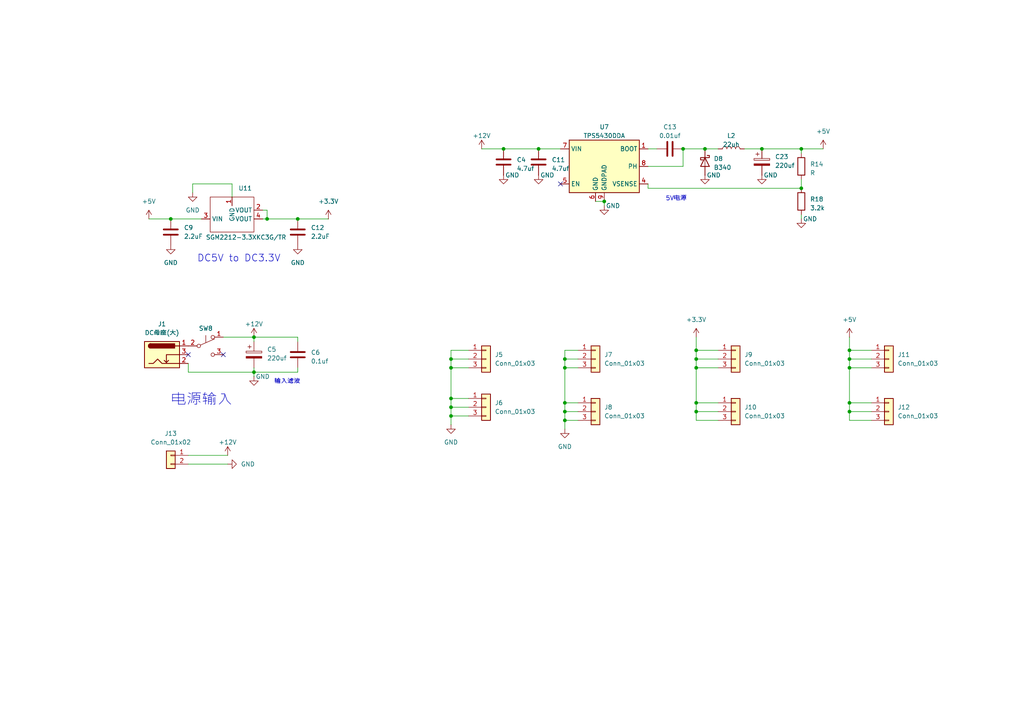
<source format=kicad_sch>
(kicad_sch (version 20231120) (generator "eeschema") (generator_version "8.0")
  (paper "A4")
  (lib_symbols
    (symbol "Library:+12V" (power) (pin_numbers hide) (pin_names (offset 0) hide)
      (property "Value" "+12V" (at 0 3.556 0))
      (symbol "+12V_0_1"
        (polyline (pts (xy -0.762 1.27) (xy 0 2.54)))
        (polyline (pts (xy 0 0) (xy 0 2.54)))
        (polyline (pts (xy 0 2.54) (xy 0.762 1.27)))
      )
      (symbol "+12V_1_1"
        (pin power_in line (at 0 0 90) (length 0) (name "~") (number "1"))
      )
    )
    (symbol "Library:+3.3V" (power) (pin_numbers hide) (pin_names (offset 0) hide)
      (property "Value" "+3.3V" (at 0 3.556 0))
      (symbol "+3.3V_0_1"
        (polyline (pts (xy -0.762 1.27) (xy 0 2.54)))
        (polyline (pts (xy 0 0) (xy 0 2.54)))
        (polyline (pts (xy 0 2.54) (xy 0.762 1.27)))
      )
      (symbol "+3.3V_1_1"
        (pin power_in line (at 0 0 90) (length 0) (name "~") (number "1"))
      )
    )
    (symbol "Library:+4V" (power) (pin_names (offset 0))
      (property "Value" "+4V" (at 0 3.556 0))
      (symbol "+4V_0_1"
        (polyline (pts (xy -0.762 1.27) (xy 0 2.54)))
        (polyline (pts (xy 0 0) (xy 0 2.54)))
        (polyline (pts (xy 0 2.54) (xy 0.762 1.27)))
      )
      (symbol "+4V_1_1"
        (pin power_in line (at 0 0 90) (length 0) hide (name "+4V") (number "1"))
      )
    )
    (symbol "Library:+5V" (power) (pin_numbers hide) (pin_names (offset 0) hide)
      (property "Value" "+5V" (at 0 3.556 0))
      (symbol "+5V_0_1"
        (polyline (pts (xy -0.762 1.27) (xy 0 2.54)))
        (polyline (pts (xy 0 0) (xy 0 2.54)))
        (polyline (pts (xy 0 2.54) (xy 0.762 1.27)))
      )
      (symbol "+5V_1_1"
        (pin power_in line (at 0 0 90) (length 0) (name "~") (number "1"))
      )
    )
    (symbol "Library:B340" (pin_numbers hide) (pin_names (offset 1.016) hide)
      (property "Reference" "D" (at 0 2.54 0))
      (property "Value" "B340" (at 0 -2.54 0))
      (symbol "B340_0_1"
        (polyline (pts (xy 1.27 0) (xy -1.27 0)))
        (polyline (pts (xy 1.27 1.27) (xy 1.27 -1.27) (xy -1.27 0) (xy 1.27 1.27)) (stroke (width 0.254)))
        (polyline (pts (xy -1.905 0.635) (xy -1.905 1.27) (xy -1.27 1.27) (xy -1.27 -1.27) (xy -0.635 -1.27) (xy -0.635 -0.635)) (stroke (width 0.254)))
      )
      (symbol "B340_1_1"
        (pin passive line (at -3.81 0 0) (length 2.54) (name "K") (number "1"))
        (pin passive line (at 3.81 0 180) (length 2.54) (name "A") (number "2"))
      )
    )
    (symbol "Library:C" (pin_numbers hide) (pin_names (offset 0.254))
      (property "Reference" "C" (at 0.635 2.54 0))
      (property "Value" "C" (at 0.635 -2.54 0))
      (symbol "C_0_1"
        (polyline (pts (xy -2.032 -0.762) (xy 2.032 -0.762)) (stroke (width 0.508)))
        (polyline (pts (xy -2.032 0.762) (xy 2.032 0.762)) (stroke (width 0.508)))
      )
      (symbol "C_1_1"
        (pin passive line (at 0 3.81 270) (length 2.794) (name "~") (number "1"))
        (pin passive line (at 0 -3.81 90) (length 2.794) (name "~") (number "2"))
      )
    )
    (symbol "Library:C_Polarized" (pin_numbers hide) (pin_names (offset 0.254))
      (property "Reference" "C" (at 0.635 2.54 0))
      (property "Value" "C_Polarized" (at 0.635 -2.54 0))
      (symbol "C_Polarized_0_1"
        (rectangle (start -2.286 0.508) (end 2.286 1.016))
        (polyline (pts (xy -1.778 2.286) (xy -0.762 2.286)))
        (polyline (pts (xy -1.27 2.794) (xy -1.27 1.778)))
        (rectangle (start 2.286 -0.508) (end -2.286 -1.016) (fill (type outline)))
      )
      (symbol "C_Polarized_1_1"
        (pin passive line (at 0 3.81 270) (length 2.794) (name "~") (number "1"))
        (pin passive line (at 0 -3.81 90) (length 2.794) (name "~") (number "2"))
      )
    )
    (symbol "Library:Conn_01x02" (pin_names (offset 1.016) hide)
      (property "Reference" "J" (at 0 2.54 0))
      (property "Value" "Conn_01x02" (at 0 -5.08 0))
      (symbol "Conn_01x02_1_1"
        (rectangle (start -1.27 -2.413) (end 0 -2.667) (stroke (width 0.1524)))
        (rectangle (start -1.27 0.127) (end 0 -0.127) (stroke (width 0.1524)))
        (rectangle (start -1.27 1.27) (end 1.27 -3.81) (stroke (width 0.254)) (fill (type background)))
        (pin passive line (at -5.08 0 0) (length 3.81) (name "Pin_1") (number "1"))
        (pin passive line (at -5.08 -2.54 0) (length 3.81) (name "Pin_2") (number "2"))
      )
    )
    (symbol "Library:Conn_01x03" (pin_names (offset 1.016) hide)
      (property "Reference" "J" (at 0 5.08 0))
      (property "Value" "Conn_01x03" (at 0 -5.08 0))
      (symbol "Conn_01x03_1_1"
        (rectangle (start -1.27 -2.413) (end 0 -2.667) (stroke (width 0.1524)))
        (rectangle (start -1.27 0.127) (end 0 -0.127) (stroke (width 0.1524)))
        (rectangle (start -1.27 2.667) (end 0 2.413) (stroke (width 0.1524)))
        (rectangle (start -1.27 3.81) (end 1.27 -3.81) (stroke (width 0.254)) (fill (type background)))
        (pin passive line (at -5.08 2.54 0) (length 3.81) (name "Pin_1") (number "1"))
        (pin passive line (at -5.08 0 0) (length 3.81) (name "Pin_2") (number "2"))
        (pin passive line (at -5.08 -2.54 0) (length 3.81) (name "Pin_3") (number "3"))
      )
    )
    (symbol "Library:DC母座(大)" (pin_names hide)
      (property "Reference" "J" (at 0 5.334 0))
      (property "Value" "DC母座(大)" (at 0 -5.08 0))
      (symbol "DC母座(大)_0_1"
        (rectangle (start -5.08 3.81) (end 5.08 -3.81) (stroke (width 0.254)) (fill (type background)))
        (arc (start -3.302 3.175) (mid -3.9343 2.54) (end -3.302 1.905) (stroke (width 0.254)))
        (arc (start -3.302 3.175) (mid -3.9343 2.54) (end -3.302 1.905) (stroke (width 0.254)) (fill (type outline)))
        (polyline (pts (xy 1.27 -2.286) (xy 1.905 -1.651)) (stroke (width 0.254)))
        (polyline (pts (xy 5.08 2.54) (xy 3.81 2.54)) (stroke (width 0.254)))
        (polyline (pts (xy 5.08 0) (xy 1.27 0) (xy 1.27 -2.286) (xy 0.635 -1.651)) (stroke (width 0.254)))
        (polyline (pts (xy -3.81 -2.54) (xy -2.54 -2.54) (xy -1.27 -1.27) (xy 0 -2.54) (xy 2.54 -2.54) (xy 5.08 -2.54)) (stroke (width 0.254)))
        (rectangle (start 3.683 3.175) (end -3.302 1.905) (stroke (width 0.254)) (fill (type outline)))
      )
      (symbol "DC母座(大)_1_1"
        (pin passive line (at 7.62 2.54 180) (length 2.54) (name "~") (number "1"))
        (pin passive line (at 7.62 -2.54 180) (length 2.54) (name "~") (number "2"))
        (pin passive line (at 7.62 0 180) (length 2.54) (name "~") (number "3"))
      )
    )
    (symbol "Library:GND" (power) (pin_numbers hide) (pin_names (offset 0) hide)
      (property "Value" "GND" (at 0 -3.81 0))
      (symbol "GND_0_1"
        (polyline (pts (xy 0 0) (xy 0 -1.27) (xy 1.27 -1.27) (xy 0 -2.54) (xy -1.27 -1.27) (xy 0 -1.27)))
      )
      (symbol "GND_1_1"
        (pin power_in line (at 0 0 270) (length 0) (name "~") (number "1"))
      )
    )
    (symbol "Library:L" (pin_numbers hide) (pin_names (offset 1.016) hide)
      (property "Reference" "L" (at -1.27 0 90))
      (property "Value" "L" (at 1.905 0 90))
      (symbol "L_0_1"
        (arc (start 0 -2.54) (mid 0.6323 -1.905) (end 0 -1.27))
        (arc (start 0 -1.27) (mid 0.6323 -0.635) (end 0 0))
        (arc (start 0 0) (mid 0.6323 0.635) (end 0 1.27))
        (arc (start 0 1.27) (mid 0.6323 1.905) (end 0 2.54))
      )
      (symbol "L_1_1"
        (pin passive line (at 0 3.81 270) (length 1.27) (name "1") (number "1"))
        (pin passive line (at 0 -3.81 90) (length 1.27) (name "2") (number "2"))
      )
    )
    (symbol "Library:R" (pin_numbers hide) (pin_names (offset 0))
      (property "Reference" "R" (at 2.032 0 90))
      (property "Value" "R" (at 0 0 90))
      (symbol "R_0_1"
        (rectangle (start -1.016 -2.54) (end 1.016 2.54) (stroke (width 0.254)))
      )
      (symbol "R_1_1"
        (pin passive line (at 0 3.81 270) (length 1.27) (name "~") (number "1"))
        (pin passive line (at 0 -3.81 90) (length 1.27) (name "~") (number "2"))
      )
    )
    (symbol "Library:SGM2212-3.3XKC3G/TR"
      (property "Reference" "U" (at 3.81 10.16 0))
      (property "Value" "SGM2212-3.3XKC3G{slash}TR" (at 0 -2.54 0))
      (property "Footprint" "Package_TO_SOT_SMD:SOT-223" (at 0 -5.08 0))
      (symbol "SGM2212-3.3XKC3G/TR_0_1"
        (rectangle (start -6.35 8.89) (end 6.35 -1.27))
      )
      (symbol "SGM2212-3.3XKC3G/TR_1_1"
        (pin passive line (at 0 8.89 270) (length 2.54) (name "GND") (number "1"))
        (pin passive line (at 8.89 5.08 180) (length 2.54) (name "VOUT") (number "2"))
        (pin input line (at -8.89 2.54 0) (length 2.54) (name "VIN") (number "3"))
        (pin passive line (at 8.89 2.54 180) (length 2.54) (name "VOUT") (number "4"))
      )
    )
    (symbol "Library:SW_Push_SPDT" (pin_names (offset 0) hide)
      (property "Reference" "SW" (at 0 4.318 0))
      (property "Value" "SW_Push_SPDT" (at 0 -5.08 0))
      (symbol "SW_Push_SPDT_0_0"
        (circle (center -2.032 0) (radius 0.508))
        (polyline (pts (xy 0 1.016) (xy 0 3.048)))
        (circle (center 2.032 -2.54) (radius 0.508))
      )
      (symbol "SW_Push_SPDT_0_1"
        (polyline (pts (xy -1.524 0.254) (xy 2.54 2.032)))
        (circle (center 2.032 2.54) (radius 0.508))
      )
      (symbol "SW_Push_SPDT_1_1"
        (pin passive line (at 5.08 2.54 180) (length 2.54) (name "A") (number "1"))
        (pin passive line (at -5.08 0 0) (length 2.54) (name "B") (number "2"))
        (pin passive line (at 5.08 -2.54 180) (length 2.54) (name "C") (number "3"))
      )
    )
    (symbol "Library:TPS5430DDA"
      (property "Reference" "U" (at -10.16 8.89 0))
      (property "Value" "TPS5430DDA" (at -1.27 8.89 0))
      (symbol "TPS5430DDA_0_1"
        (rectangle (start -10.16 7.62) (end 10.16 -7.62) (stroke (width 0.254)) (fill (type background)))
      )
      (symbol "TPS5430DDA_1_1"
        (pin input line (at 12.7 5.08 180) (length 2.54) (name "BOOT") (number "1"))
        (pin no_connect line (at -10.16 2.54 0) (length 2.54) hide (name "NC") (number "2"))
        (pin no_connect line (at -10.16 -2.54 0) (length 2.54) hide (name "NC") (number "3"))
        (pin input line (at 12.7 -5.08 180) (length 2.54) (name "VSENSE") (number "4"))
        (pin input line (at -12.7 -5.08 0) (length 2.54) (name "EN") (number "5"))
        (pin power_in line (at -2.54 -10.16 90) (length 2.54) (name "GND") (number "6"))
        (pin power_in line (at -12.7 5.08 0) (length 2.54) (name "VIN") (number "7"))
        (pin output line (at 12.7 0 180) (length 2.54) (name "PH") (number "8"))
        (pin power_in line (at 0 -10.16 90) (length 2.54) (name "GNDPAD") (number "9"))
      )
    )
  )
  (junction (at 163.83 119.38))
  (junction (at 86.36 63.5))
  (junction (at 163.83 106.68))
  (junction (at 201.93 104.14))
  (junction (at 204.47 43.18))
  (junction (at 246.38 104.14))
  (junction (at 232.41 43.18))
  (junction (at 163.83 104.14))
  (junction (at 201.93 101.6))
  (junction (at 201.93 119.38))
  (junction (at 156.21 43.18))
  (junction (at 232.41 54.61))
  (junction (at 130.81 106.68))
  (junction (at 220.98 43.18))
  (junction (at 163.83 121.92))
  (junction (at 146.05 43.18))
  (junction (at 175.26 58.42))
  (junction (at 246.38 119.38))
  (junction (at 73.66 97.79))
  (junction (at 246.38 106.68))
  (junction (at 77.47 63.5))
  (junction (at 201.93 116.84))
  (junction (at 130.81 118.11))
  (junction (at 246.38 116.84))
  (junction (at 130.81 104.14))
  (junction (at 73.66 107.95))
  (junction (at 130.81 120.65))
  (junction (at 49.53 63.5))
  (junction (at 130.81 115.57))
  (junction (at 246.38 101.6))
  (junction (at 198.12 43.18))
  (junction (at 163.83 116.84))
  (junction (at 201.93 106.68))
  (no_connect (at 54.61 102.87))
  (no_connect (at 162.56 53.34))
  (no_connect (at 64.77 102.87))
  (wire (pts (xy 246.38 104.14) (xy 252.73 104.14)))
  (wire (pts (xy 246.38 106.68) (xy 252.73 106.68)))
  (wire (pts (xy 246.38 119.38) (xy 252.73 119.38)))
  (wire (pts (xy 201.93 101.6) (xy 208.28 101.6)))
  (wire (pts (xy 130.81 115.57) (xy 135.89 115.57)))
  (wire (pts (xy 175.26 59.69) (xy 175.26 58.42)))
  (wire (pts (xy 139.7 43.18) (xy 146.05 43.18)))
  (wire (pts (xy 190.5 43.18) (xy 187.96 43.18)))
  (wire (pts (xy 76.2 63.5) (xy 77.47 63.5)))
  (wire (pts (xy 201.93 106.68) (xy 201.93 116.84)))
  (wire (pts (xy 163.83 116.84) (xy 163.83 119.38)))
  (wire (pts (xy 201.93 104.14) (xy 201.93 106.68)))
  (wire (pts (xy 232.41 62.23) (xy 232.41 63.5)))
  (wire (pts (xy 163.83 106.68) (xy 167.64 106.68)))
  (wire (pts (xy 73.66 107.95) (xy 73.66 106.68)))
  (wire (pts (xy 55.88 55.88) (xy 55.88 53.34)))
  (wire (pts (xy 49.53 63.5) (xy 58.42 63.5)))
  (wire (pts (xy 201.93 101.6) (xy 201.93 104.14)))
  (wire (pts (xy 163.83 104.14) (xy 167.64 104.14)))
  (wire (pts (xy 246.38 119.38) (xy 246.38 121.92)))
  (wire (pts (xy 201.93 104.14) (xy 208.28 104.14)))
  (wire (pts (xy 163.83 119.38) (xy 163.83 121.92)))
  (wire (pts (xy 86.36 97.79) (xy 86.36 99.06)))
  (wire (pts (xy 201.93 116.84) (xy 208.28 116.84)))
  (wire (pts (xy 163.83 101.6) (xy 163.83 104.14)))
  (wire (pts (xy 73.66 107.95) (xy 54.61 107.95)))
  (wire (pts (xy 130.81 106.68) (xy 130.81 115.57)))
  (wire (pts (xy 130.81 115.57) (xy 130.81 118.11)))
  (wire (pts (xy 43.18 63.5) (xy 49.53 63.5)))
  (wire (pts (xy 146.05 43.18) (xy 156.21 43.18)))
  (wire (pts (xy 76.2 60.96) (xy 77.47 60.96)))
  (wire (pts (xy 130.81 118.11) (xy 130.81 120.65)))
  (wire (pts (xy 54.61 105.41) (xy 54.61 107.95)))
  (wire (pts (xy 77.47 63.5) (xy 86.36 63.5)))
  (wire (pts (xy 204.47 43.18) (xy 208.28 43.18)))
  (wire (pts (xy 163.83 121.92) (xy 167.64 121.92)))
  (wire (pts (xy 187.96 54.61) (xy 187.96 53.34)))
  (wire (pts (xy 130.81 106.68) (xy 135.89 106.68)))
  (wire (pts (xy 187.96 48.26) (xy 198.12 48.26)))
  (wire (pts (xy 77.47 60.96) (xy 77.47 63.5)))
  (wire (pts (xy 130.81 101.6) (xy 130.81 104.14)))
  (wire (pts (xy 163.83 121.92) (xy 163.83 124.46)))
  (wire (pts (xy 232.41 52.07) (xy 232.41 54.61)))
  (wire (pts (xy 130.81 118.11) (xy 135.89 118.11)))
  (wire (pts (xy 246.38 106.68) (xy 246.38 116.84)))
  (wire (pts (xy 73.66 97.79) (xy 73.66 99.06)))
  (wire (pts (xy 208.28 121.92) (xy 201.93 121.92)))
  (wire (pts (xy 64.77 97.79) (xy 73.66 97.79)))
  (wire (pts (xy 55.88 53.34) (xy 67.31 53.34)))
  (wire (pts (xy 172.72 58.42) (xy 175.26 58.42)))
  (wire (pts (xy 135.89 101.6) (xy 130.81 101.6)))
  (wire (pts (xy 246.38 116.84) (xy 246.38 119.38)))
  (wire (pts (xy 201.93 119.38) (xy 201.93 121.92)))
  (wire (pts (xy 246.38 104.14) (xy 246.38 106.68)))
  (wire (pts (xy 73.66 109.22) (xy 73.66 107.95)))
  (wire (pts (xy 198.12 48.26) (xy 198.12 43.18)))
  (wire (pts (xy 86.36 63.5) (xy 95.25 63.5)))
  (wire (pts (xy 201.93 119.38) (xy 208.28 119.38)))
  (wire (pts (xy 215.9 43.18) (xy 220.98 43.18)))
  (wire (pts (xy 204.47 43.18) (xy 198.12 43.18)))
  (wire (pts (xy 187.96 54.61) (xy 232.41 54.61)))
  (wire (pts (xy 130.81 104.14) (xy 130.81 106.68)))
  (wire (pts (xy 201.93 106.68) (xy 208.28 106.68)))
  (wire (pts (xy 130.81 120.65) (xy 130.81 123.19)))
  (wire (pts (xy 246.38 116.84) (xy 252.73 116.84)))
  (wire (pts (xy 252.73 121.92) (xy 246.38 121.92)))
  (wire (pts (xy 220.98 43.18) (xy 232.41 43.18)))
  (wire (pts (xy 163.83 104.14) (xy 163.83 106.68)))
  (wire (pts (xy 54.61 134.62) (xy 66.04 134.62)))
  (wire (pts (xy 163.83 106.68) (xy 163.83 116.84)))
  (wire (pts (xy 246.38 101.6) (xy 246.38 104.14)))
  (wire (pts (xy 167.64 101.6) (xy 163.83 101.6)))
  (wire (pts (xy 73.66 107.95) (xy 86.36 107.95)))
  (wire (pts (xy 201.93 97.79) (xy 201.93 101.6)))
  (wire (pts (xy 54.61 132.08) (xy 66.04 132.08)))
  (wire (pts (xy 67.31 53.34) (xy 67.31 57.15)))
  (wire (pts (xy 201.93 116.84) (xy 201.93 119.38)))
  (wire (pts (xy 163.83 116.84) (xy 167.64 116.84)))
  (wire (pts (xy 156.21 43.18) (xy 162.56 43.18)))
  (wire (pts (xy 232.41 43.18) (xy 238.76 43.18)))
  (wire (pts (xy 73.66 97.79) (xy 86.36 97.79)))
  (wire (pts (xy 246.38 101.6) (xy 252.73 101.6)))
  (wire (pts (xy 232.41 43.18) (xy 232.41 44.45)))
  (wire (pts (xy 130.81 104.14) (xy 135.89 104.14)))
  (wire (pts (xy 86.36 107.95) (xy 86.36 106.68)))
  (wire (pts (xy 163.83 119.38) (xy 167.64 119.38)))
  (wire (pts (xy 130.81 120.65) (xy 135.89 120.65)))
  (wire (pts (xy 246.38 97.79) (xy 246.38 101.6)))
  (text "DC5V to DC3.3V\n" (at 57.15 76.2 0) (effects (font (size 2 2)) (justify left bottom)))
  (text "输入滤波" (at 79.502 111.506 0) (effects (font (size 1.27 1.27)) (justify left bottom)))
  (text "5V电源" (at 193.04 58.42 0) (effects (font (size 1.27 1.27)) (justify left bottom)))
  (text "电源输入\n" (at 67.564 117.856 0) (effects (font (size 3 3)) (justify right bottom)))
  (symbol (lib_id "Library:+3.3V") (at 201.93 97.79 0) (unit 1)
    (property "Reference" "#PWR041" (effects (hide yes)))
    (property "Value" "+3.3V" (at 201.93 92.71 0))
    (property "Description" "Power symbol creates a global label with name \"+3.3V\"" (effects (hide yes)))
  )
  (symbol (lib_id "Library:GND") (at 163.83 124.46 0) (unit 1)
    (property "Reference" "#PWR040" (effects (hide yes)))
    (property "Value" "GND" (at 163.83 129.54 0))
    (property "Description" "Power symbol creates a global label with name \"GND\" , ground" (effects (hide yes)))
  )
  (symbol (lib_id "Library:GND") (at 175.26 59.69 0) (unit 1)
    (property "Reference" "#PWR073" (effects (hide yes)))
    (property "Value" "GND" (at 177.8 59.69 0))
  )
  (symbol (lib_id "Library:GND") (at 146.05 50.8 0) (unit 1)
    (property "Reference" "#PWR061" (effects (hide yes)))
    (property "Value" "GND" (at 148.59 50.8 0))
  )
  (symbol (lib_id "Library:GND") (at 220.98 50.8 0) (unit 1)
    (property "Reference" "#PWR077" (effects (hide yes)))
    (property "Value" "GND" (at 223.52 50.8 0))
  )
  (symbol (lib_id "Library:C") (at 194.31 43.18 90) (unit 1)
    (property "Reference" "C13" (at 194.31 36.83 90))
    (property "Value" "0.01uf" (at 194.31 39.37 90))
    (property "Footprint" "Capacitor_SMD:C_0603_1608Metric" (effects (hide yes)))
  )
  (symbol (lib_id "Library:GND") (at 55.88 55.88 0) (unit 1)
    (property "Reference" "#PWR047" (effects (hide yes)))
    (property "Value" "GND" (at 55.88 60.96 0))
  )
  (symbol (lib_id "Library:C_Polarized") (at 73.66 102.87 0) (unit 1)
    (property "Reference" "C5" (at 77.47 101.346 0) (effects (justify left)))
    (property "Value" "220uf" (at 77.47 103.886 0) (effects (justify left)))
    (property "Footprint" "Capacitor_SMD:CP_Elec_6.3x7.7" (effects (hide yes)))
  )
  (symbol (lib_id "Library:C") (at 49.53 67.31 0) (unit 1)
    (property "Reference" "C9" (at 53.34 66.0399 0) (effects (justify left)))
    (property "Value" "2.2uF" (at 53.34 68.5799 0) (effects (justify left)))
    (property "Footprint" "Capacitor_SMD:C_0603_1608Metric" (effects (hide yes)))
  )
  (symbol (lib_id "Library:GND") (at 86.36 71.12 0) (unit 1)
    (property "Reference" "#PWR054" (effects (hide yes)))
    (property "Value" "GND" (at 86.36 76.2 0))
  )
  (symbol (lib_id "Library:Conn_01x03") (at 140.97 118.11 0) (unit 1)
    (property "Reference" "J6" (at 143.51 116.8399 0) (effects (justify left)))
    (property "Value" "Conn_01x03" (at 143.51 119.3799 0) (effects (justify left)))
    (property "Footprint" "Connector_PinSocket_2.54mm:PinSocket_1x03_P2.54mm_Vertical" (effects (hide yes)))
    (property "Description" "Generic connector, single row, 01x03, script generated (kicad-library-utils/schlib/autogen/connector/)" (effects (hide yes)))
  )
  (symbol (lib_id "Library:+12V") (at 66.04 132.08 0) (unit 1)
    (property "Reference" "#PWR036" (effects (hide yes)))
    (property "Value" "+12V" (at 66.04 128.27 0))
  )
  (symbol (lib_id "Library:SW_Push_SPDT") (at 59.69 100.33 0) (unit 1)
    (property "Reference" "SW8" (at 59.69 95.25 0))
    (property "Value" "SW_Push_SPDT" (effects (hide yes)))
    (property "Footprint" "Button_Switch_THT:SW_CuK_JS202011CQN_DPDT_Straight" (effects (hide yes)))
  )
  (symbol (lib_id "Library:TPS5430DDA") (at 175.26 48.26 0) (unit 1)
    (property "Reference" "U7" (at 175.26 36.83 0))
    (property "Value" "TPS5430DDA" (at 175.26 39.37 0))
    (property "Footprint" "Package_SO:TI_SO-PowerPAD-8_ThermalVias" (effects (hide yes)))
    (property "Datasheet" "http://www.ti.com/lit/ds/symlink/tps5430.pdf" (effects (hide yes)))
  )
  (symbol (lib_id "Library:SGM2212-3.3XKC3G/TR") (at 67.31 66.04 0) (unit 1)
    (property "Reference" "U11" (at 71.12 54.61 0))
    (property "Value" "SGM2212-3.3XKC3G/TR" (at 71.374 68.834 0))
    (property "Footprint" "Package_TO_SOT_SMD:SOT-223" (effects (hide yes)))
    (property "Datasheet" "https://www.sg-micro.de/show-product-983.html" (effects (hide yes)))
  )
  (symbol (lib_id "Library:GND") (at 73.66 109.22 0) (unit 1)
    (property "Reference" "#PWR035" (effects (hide yes)))
    (property "Value" "GND" (at 76.2 109.22 0))
  )
  (symbol (lib_id "Library:GND") (at 49.53 71.12 0) (unit 1)
    (property "Reference" "#PWR022" (effects (hide yes)))
    (property "Value" "GND" (at 49.53 76.2 0))
  )
  (symbol (lib_id "Library:+4V") (at 238.76 43.18 0) (unit 1)
    (property "Reference" "#PWR085" (effects (hide yes)))
    (property "Value" "+5V" (at 238.76 38.1 0))
  )
  (symbol (lib_id "Library:C") (at 86.36 67.31 0) (unit 1)
    (property "Reference" "C12" (at 90.17 66.0399 0) (effects (justify left)))
    (property "Value" "2.2uF" (at 90.17 68.5799 0) (effects (justify left)))
    (property "Footprint" "Capacitor_SMD:C_0603_1608Metric" (effects (hide yes)))
  )
  (symbol (lib_id "Library:Conn_01x03") (at 257.81 119.38 0) (unit 1)
    (property "Reference" "J12" (at 260.35 118.1099 0) (effects (justify left)))
    (property "Value" "Conn_01x03" (at 260.35 120.6499 0) (effects (justify left)))
    (property "Footprint" "Connector_PinSocket_2.54mm:PinSocket_1x03_P2.54mm_Vertical" (effects (hide yes)))
    (property "Description" "Generic connector, single row, 01x03, script generated (kicad-library-utils/schlib/autogen/connector/)" (effects (hide yes)))
  )
  (symbol (lib_id "Library:GND") (at 130.81 123.19 0) (unit 1)
    (property "Reference" "#PWR039" (effects (hide yes)))
    (property "Value" "GND" (at 130.81 128.27 0))
    (property "Description" "Power symbol creates a global label with name \"GND\" , ground" (effects (hide yes)))
  )
  (symbol (lib_id "Library:C") (at 156.21 46.99 180) (unit 1)
    (property "Reference" "C11" (at 160.02 46.355 0) (effects (justify right)))
    (property "Value" "4.7uf" (at 160.02 48.895 0) (effects (justify right)))
    (property "Footprint" "Capacitor_SMD:C_0603_1608Metric" (effects (hide yes)))
  )
  (symbol (lib_id "Library:R") (at 232.41 58.42 0) (unit 1)
    (property "Reference" "R18" (at 234.95 57.785 0) (effects (justify left)))
    (property "Value" "3.2k" (at 234.95 60.325 0) (effects (justify left)))
    (property "Footprint" "Resistor_SMD:R_0603_1608Metric" (effects (hide yes)))
  )
  (symbol (lib_id "Library:GND") (at 204.47 50.8 0) (unit 1)
    (property "Reference" "#PWR074" (effects (hide yes)))
    (property "Value" "GND" (at 207.01 50.8 0))
  )
  (symbol (lib_id "Library:C") (at 86.36 102.87 180) (unit 1)
    (property "Reference" "C6" (at 90.17 102.235 0) (effects (justify right)))
    (property "Value" "0.1uf" (at 90.17 104.775 0) (effects (justify right)))
    (property "Footprint" "Capacitor_SMD:C_0603_1608Metric" (effects (hide yes)))
  )
  (symbol (lib_id "Library:B340") (at 204.47 46.99 270) (unit 1)
    (property "Reference" "D8" (at 207.01 46.0375 90) (effects (justify left)))
    (property "Value" "B340" (at 207.01 48.5775 90) (effects (justify left)))
    (property "Footprint" "Diode_SMD:D_SMA" (effects (hide yes)))
    (property "Datasheet" "http://www.jameco.com/Jameco/Products/ProdDS/1538777.pdf" (effects (hide yes)))
  )
  (symbol (lib_id "Library:+3.3V") (at 95.25 63.5 0) (unit 1)
    (property "Reference" "#PWR055" (effects (hide yes)))
    (property "Value" "+3.3V" (at 95.25 58.42 0))
  )
  (symbol (lib_id "Library:L") (at 212.09 43.18 90) (unit 1)
    (property "Reference" "L2" (at 212.09 39.37 90))
    (property "Value" "22uh" (at 212.09 41.91 90))
    (property "Footprint" "Library:L_Wuerth_HCI-1040" (effects (hide yes)))
  )
  (symbol (lib_id "Library:+12V") (at 73.66 97.79 0) (unit 1)
    (property "Reference" "#PWR034" (effects (hide yes)))
    (property "Value" "+12V" (at 73.66 93.98 0))
  )
  (symbol (lib_id "Library:Conn_01x03") (at 257.81 104.14 0) (unit 1)
    (property "Reference" "J11" (at 260.35 102.8699 0) (effects (justify left)))
    (property "Value" "Conn_01x03" (at 260.35 105.4099 0) (effects (justify left)))
    (property "Footprint" "Connector_PinSocket_2.54mm:PinSocket_1x03_P2.54mm_Vertical" (effects (hide yes)))
    (property "Description" "Generic connector, single row, 01x03, script generated (kicad-library-utils/schlib/autogen/connector/)" (effects (hide yes)))
  )
  (symbol (lib_id "Library:R") (at 232.41 48.26 0) (unit 1)
    (property "Reference" "R14" (at 234.95 47.625 0) (effects (justify left)))
    (property "Value" "R" (at 234.95 50.165 0) (effects (justify left)))
    (property "Footprint" "Resistor_SMD:R_0603_1608Metric" (effects (hide yes)))
  )
  (symbol (lib_id "Library:GND") (at 156.21 50.8 0) (unit 1)
    (property "Reference" "#PWR072" (effects (hide yes)))
    (property "Value" "GND" (at 158.75 50.8 0))
  )
  (symbol (lib_id "Library:+12V") (at 139.7 43.18 0) (unit 1)
    (property "Reference" "#PWR058" (effects (hide yes)))
    (property "Value" "+12V" (at 139.7 39.37 0))
  )
  (symbol (lib_id "Library:Conn_01x03") (at 172.72 119.38 0) (unit 1)
    (property "Reference" "J8" (at 175.26 118.1099 0) (effects (justify left)))
    (property "Value" "Conn_01x03" (at 175.26 120.6499 0) (effects (justify left)))
    (property "Footprint" "Connector_PinSocket_2.54mm:PinSocket_1x03_P2.54mm_Vertical" (effects (hide yes)))
    (property "Description" "Generic connector, single row, 01x03, script generated (kicad-library-utils/schlib/autogen/connector/)" (effects (hide yes)))
  )
  (symbol (lib_id "Library:C_Polarized") (at 220.98 46.99 0) (unit 1)
    (property "Reference" "C23" (at 224.79 45.466 0) (effects (justify left)))
    (property "Value" "220uf" (at 224.79 48.006 0) (effects (justify left)))
    (property "Footprint" "Capacitor_SMD:CP_Elec_6.3x7.7" (effects (hide yes)))
  )
  (symbol (lib_id "Library:Conn_01x03") (at 213.36 119.38 0) (unit 1)
    (property "Reference" "J10" (at 215.9 118.1099 0) (effects (justify left)))
    (property "Value" "Conn_01x03" (at 215.9 120.6499 0) (effects (justify left)))
    (property "Footprint" "Connector_PinSocket_2.54mm:PinSocket_1x03_P2.54mm_Vertical" (effects (hide yes)))
    (property "Description" "Generic connector, single row, 01x03, script generated (kicad-library-utils/schlib/autogen/connector/)" (effects (hide yes)))
  )
  (symbol (lib_id "Library:GND") (at 66.04 134.62 90) (unit 1)
    (property "Reference" "#PWR044" (effects (hide yes)))
    (property "Value" "GND" (at 69.85 134.6199 90) (effects (justify right)))
    (property "Description" "Power symbol creates a global label with name \"GND\" , ground" (effects (hide yes)))
  )
  (symbol (lib_id "Library:Conn_01x03") (at 213.36 104.14 0) (unit 1)
    (property "Reference" "J9" (at 215.9 102.8699 0) (effects (justify left)))
    (property "Value" "Conn_01x03" (at 215.9 105.4099 0) (effects (justify left)))
    (property "Footprint" "Connector_PinSocket_2.54mm:PinSocket_1x03_P2.54mm_Vertical" (effects (hide yes)))
    (property "Description" "Generic connector, single row, 01x03, script generated (kicad-library-utils/schlib/autogen/connector/)" (effects (hide yes)))
  )
  (symbol (lib_id "Library:Conn_01x03") (at 140.97 104.14 0) (unit 1)
    (property "Reference" "J5" (at 143.51 102.8699 0) (effects (justify left)))
    (property "Value" "Conn_01x03" (at 143.51 105.4099 0) (effects (justify left)))
    (property "Footprint" "Connector_PinSocket_2.54mm:PinSocket_1x03_P2.54mm_Vertical" (effects (hide yes)))
    (property "Description" "Generic connector, single row, 01x03, script generated (kicad-library-utils/schlib/autogen/connector/)" (effects (hide yes)))
  )
  (symbol (lib_id "Library:C") (at 146.05 46.99 180) (unit 1)
    (property "Reference" "C4" (at 149.86 46.355 0) (effects (justify right)))
    (property "Value" "4.7uf" (at 149.86 48.895 0) (effects (justify right)))
    (property "Footprint" "Capacitor_SMD:C_0603_1608Metric" (effects (hide yes)))
  )
  (symbol (lib_id "Library:+5V") (at 246.38 97.79 0) (unit 1)
    (property "Reference" "#PWR042" (effects (hide yes)))
    (property "Value" "+5V" (at 246.38 92.71 0))
    (property "Description" "Power symbol creates a global label with name \"+5V\"" (effects (hide yes)))
  )
  (symbol (lib_id "Library:+4V") (at 43.18 63.5 0) (unit 1)
    (property "Reference" "#PWR021" (effects (hide yes)))
    (property "Value" "+5V" (at 43.18 58.42 0))
  )
  (symbol (lib_id "Library:Conn_01x03") (at 172.72 104.14 0) (unit 1)
    (property "Reference" "J7" (at 175.26 102.8699 0) (effects (justify left)))
    (property "Value" "Conn_01x03" (at 175.26 105.4099 0) (effects (justify left)))
    (property "Footprint" "Connector_PinSocket_2.54mm:PinSocket_1x03_P2.54mm_Vertical" (effects (hide yes)))
    (property "Description" "Generic connector, single row, 01x03, script generated (kicad-library-utils/schlib/autogen/connector/)" (effects (hide yes)))
  )
  (symbol (lib_id "Library:Conn_01x02") (at 49.53 132.08 0) (mirror y) (unit 1)
    (property "Reference" "J13" (at 49.53 125.73 0))
    (property "Value" "Conn_01x02" (at 49.53 128.27 0))
    (property "Footprint" "DuRuofu_Connector:CONN-TH_2P-P5.08" (effects (hide yes)))
    (property "Description" "Generic connector, single row, 01x02, script generated (kicad-library-utils/schlib/autogen/connector/)" (effects (hide yes)))
  )
  (symbol (lib_id "Library:DC母座(大)") (at 46.99 102.87 0) (unit 1)
    (property "Reference" "J1" (at 46.99 93.98 0))
    (property "Value" "DC母座(大)" (at 46.99 96.52 0))
    (property "Footprint" "DuRuofu_Connector:DC母座(大)" (effects (hide yes)))
    (property "Description" "DC Barrel Jack with an internal switch" (effects (hide yes)))
  )
  (symbol (lib_id "Library:GND") (at 232.41 63.5 0) (unit 1)
    (property "Reference" "#PWR084" (effects (hide yes)))
    (property "Value" "GND" (at 234.95 63.5 0))
  )
)
</source>
